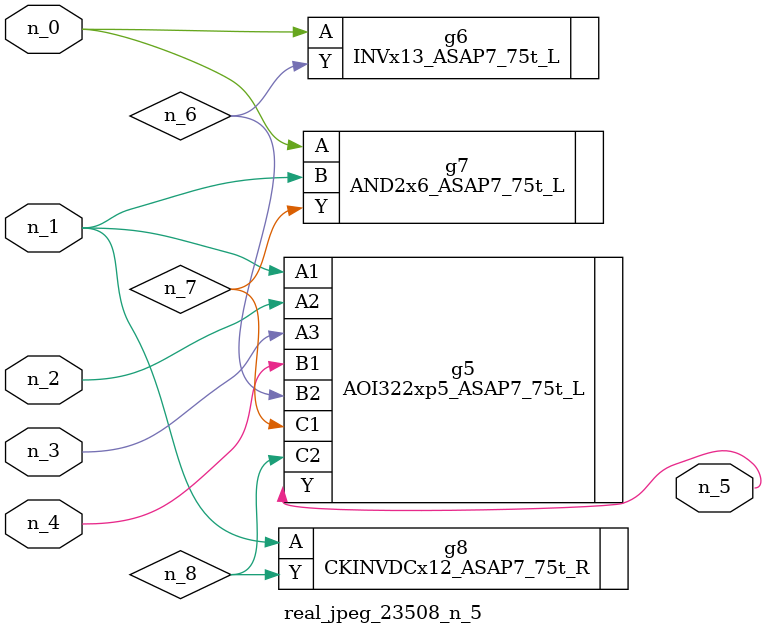
<source format=v>
module real_jpeg_23508_n_5 (n_4, n_0, n_1, n_2, n_3, n_5);

input n_4;
input n_0;
input n_1;
input n_2;
input n_3;

output n_5;

wire n_8;
wire n_6;
wire n_7;

INVx13_ASAP7_75t_L g6 ( 
.A(n_0),
.Y(n_6)
);

AND2x6_ASAP7_75t_L g7 ( 
.A(n_0),
.B(n_1),
.Y(n_7)
);

AOI322xp5_ASAP7_75t_L g5 ( 
.A1(n_1),
.A2(n_2),
.A3(n_3),
.B1(n_4),
.B2(n_6),
.C1(n_7),
.C2(n_8),
.Y(n_5)
);

CKINVDCx12_ASAP7_75t_R g8 ( 
.A(n_1),
.Y(n_8)
);


endmodule
</source>
